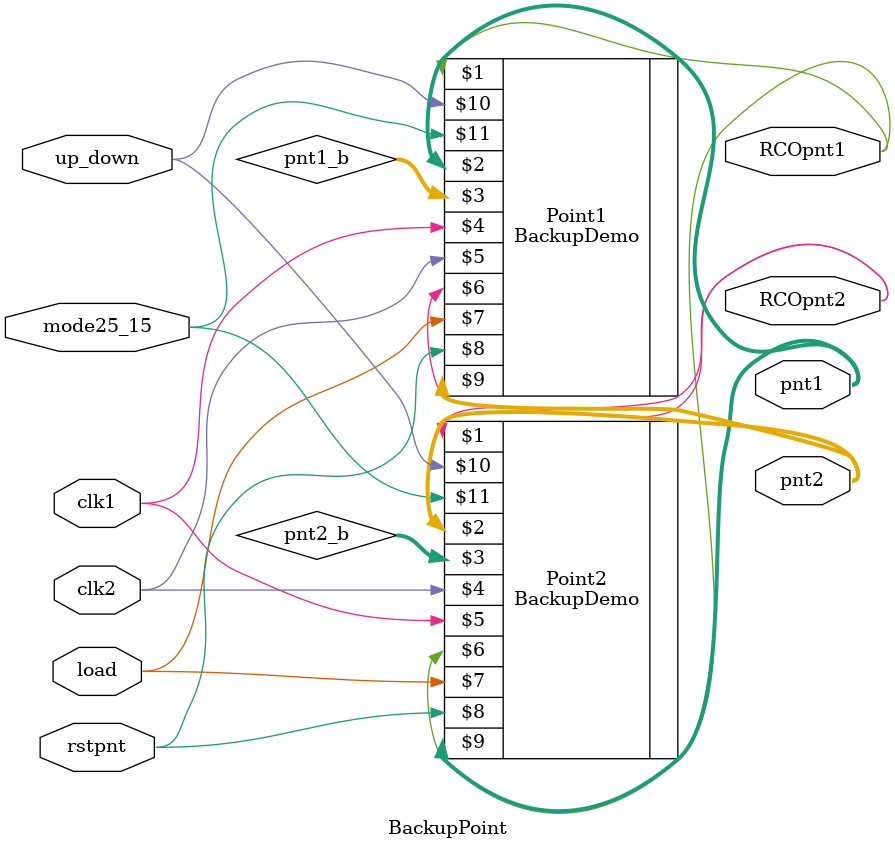
<source format=v>
module BackupPoint(clk1, clk2, pnt1, pnt2,  RCOpnt1, RCOpnt2, load, rstpnt, up_down, mode25_15);
	input clk1, clk2, load, rstpnt, up_down, mode25_15;
	wire [4:0] pnt1_b, pnt2_b;
	output wire [4:0] pnt1, pnt2;
	output wire RCOpnt1, RCOpnt2; 
	
	BackupDemo Point1( RCOpnt1, pnt1, pnt1_b, clk1, clk2, RCOpnt2, load, rstpnt, pnt2, up_down, mode25_15);
	BackupDemo Point2( RCOpnt2, pnt2, pnt2_b, clk2, clk1, RCOpnt1, load, rstpnt, pnt1, up_down, mode25_15);
endmodule

</source>
